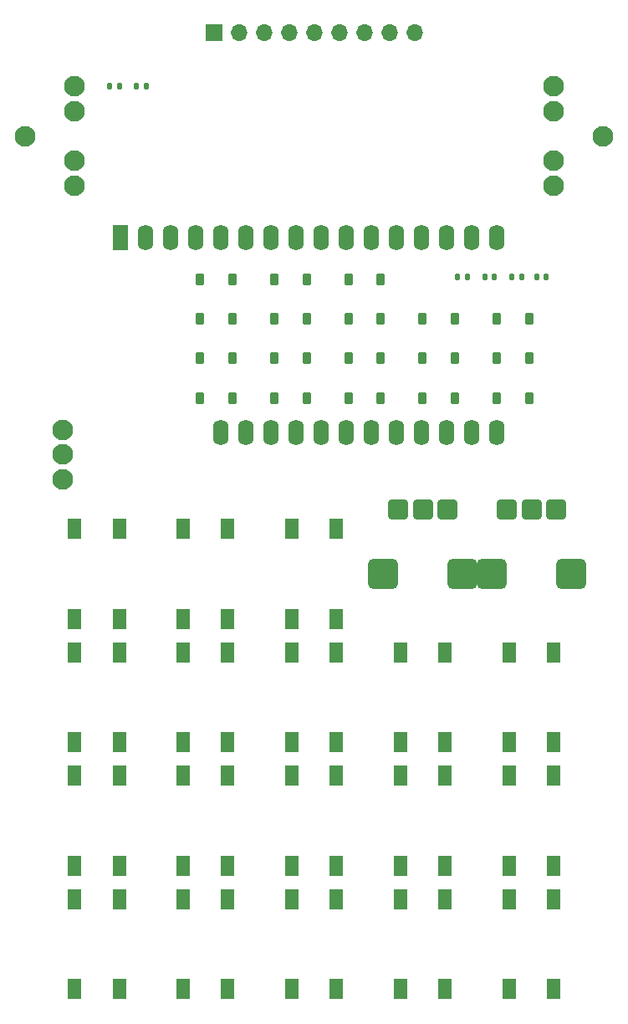
<source format=gts>
G04 #@! TF.GenerationSoftware,KiCad,Pcbnew,9.0.0*
G04 #@! TF.CreationDate,2025-07-26T10:23:47-04:00*
G04 #@! TF.ProjectId,POVideo V2,504f5669-6465-46f2-9056-322e6b696361,rev?*
G04 #@! TF.SameCoordinates,Original*
G04 #@! TF.FileFunction,Soldermask,Top*
G04 #@! TF.FilePolarity,Negative*
%FSLAX46Y46*%
G04 Gerber Fmt 4.6, Leading zero omitted, Abs format (unit mm)*
G04 Created by KiCad (PCBNEW 9.0.0) date 2025-07-26 10:23:47*
%MOMM*%
%LPD*%
G01*
G04 APERTURE LIST*
G04 Aperture macros list*
%AMRoundRect*
0 Rectangle with rounded corners*
0 $1 Rounding radius*
0 $2 $3 $4 $5 $6 $7 $8 $9 X,Y pos of 4 corners*
0 Add a 4 corners polygon primitive as box body*
4,1,4,$2,$3,$4,$5,$6,$7,$8,$9,$2,$3,0*
0 Add four circle primitives for the rounded corners*
1,1,$1+$1,$2,$3*
1,1,$1+$1,$4,$5*
1,1,$1+$1,$6,$7*
1,1,$1+$1,$8,$9*
0 Add four rect primitives between the rounded corners*
20,1,$1+$1,$2,$3,$4,$5,0*
20,1,$1+$1,$4,$5,$6,$7,0*
20,1,$1+$1,$6,$7,$8,$9,0*
20,1,$1+$1,$8,$9,$2,$3,0*%
G04 Aperture macros list end*
%ADD10RoundRect,0.250000X-0.550000X1.050000X-0.550000X-1.050000X0.550000X-1.050000X0.550000X1.050000X0*%
%ADD11O,1.600000X2.600000*%
%ADD12RoundRect,0.135000X-0.135000X-0.185000X0.135000X-0.185000X0.135000X0.185000X-0.135000X0.185000X0*%
%ADD13RoundRect,0.210000X0.490000X-0.840000X0.490000X0.840000X-0.490000X0.840000X-0.490000X-0.840000X0*%
%ADD14RoundRect,0.450000X1.050000X1.050000X-1.050000X1.050000X-1.050000X-1.050000X1.050000X-1.050000X0*%
%ADD15RoundRect,0.300000X0.700000X0.700000X-0.700000X0.700000X-0.700000X-0.700000X0.700000X-0.700000X0*%
%ADD16RoundRect,0.140000X-0.140000X-0.170000X0.140000X-0.170000X0.140000X0.170000X-0.140000X0.170000X0*%
%ADD17RoundRect,0.225000X-0.225000X-0.375000X0.225000X-0.375000X0.225000X0.375000X-0.225000X0.375000X0*%
%ADD18RoundRect,0.135000X0.135000X0.185000X-0.135000X0.185000X-0.135000X-0.185000X0.135000X-0.185000X0*%
%ADD19R,1.700000X1.700000*%
%ADD20O,1.700000X1.700000*%
%ADD21C,2.100000*%
G04 APERTURE END LIST*
D10*
X155400000Y-78300000D03*
D11*
X157940000Y-78300000D03*
X160480000Y-78300000D03*
X163020000Y-78300000D03*
X165560000Y-78300000D03*
X168100000Y-78300000D03*
X170640000Y-78300000D03*
X173180000Y-78300000D03*
X175720000Y-78300000D03*
X178260000Y-78300000D03*
X180800000Y-78300000D03*
X183340000Y-78300000D03*
X185880000Y-78300000D03*
X188420000Y-78300000D03*
X190960000Y-78300000D03*
X193500000Y-78300000D03*
X193500000Y-98020000D03*
X190960000Y-98020000D03*
X188420000Y-98020000D03*
X185880000Y-98020000D03*
X183340000Y-98020000D03*
X180800000Y-98020000D03*
X178260000Y-98020000D03*
X175720000Y-98020000D03*
X173180000Y-98020000D03*
X170640000Y-98020000D03*
X168100000Y-98020000D03*
X165560000Y-98020000D03*
D12*
X196020000Y-82250000D03*
X195000000Y-82250000D03*
D13*
X183750000Y-120250000D03*
X183750000Y-129350000D03*
X188250000Y-120250000D03*
X188250000Y-129350000D03*
D14*
X182000000Y-112300000D03*
X190000000Y-112300000D03*
D15*
X183500000Y-105800000D03*
X186000000Y-105800000D03*
X188500000Y-105800000D03*
D12*
X189480000Y-82250000D03*
X190500000Y-82250000D03*
D16*
X197500000Y-82250000D03*
X198460000Y-82250000D03*
X192250000Y-82250000D03*
X193210000Y-82250000D03*
D17*
X178450000Y-90500000D03*
X181750000Y-90500000D03*
X193450000Y-86500000D03*
X196750000Y-86500000D03*
D13*
X177250000Y-116850000D03*
X177250000Y-107750000D03*
X172750000Y-116850000D03*
X172750000Y-107750000D03*
D17*
X170950000Y-94500000D03*
X174250000Y-94500000D03*
X170950000Y-82500000D03*
X174250000Y-82500000D03*
D13*
X177250000Y-129350000D03*
X177250000Y-120250000D03*
X172750000Y-129350000D03*
X172750000Y-120250000D03*
D17*
X193450000Y-90500000D03*
X196750000Y-90500000D03*
D13*
X166250000Y-116850000D03*
X166250000Y-107750000D03*
X161750000Y-116850000D03*
X161750000Y-107750000D03*
X188250000Y-141850000D03*
X188250000Y-132750000D03*
X183750000Y-141850000D03*
X183750000Y-132750000D03*
X155250000Y-129350000D03*
X155250000Y-120250000D03*
X150750000Y-129350000D03*
X150750000Y-120250000D03*
X177250000Y-154350000D03*
X177250000Y-145250000D03*
X172750000Y-154350000D03*
X172750000Y-145250000D03*
D17*
X185950000Y-94500000D03*
X189250000Y-94500000D03*
X170950000Y-86500000D03*
X174250000Y-86500000D03*
D13*
X155250000Y-154350000D03*
X155250000Y-145250000D03*
X150750000Y-154350000D03*
X150750000Y-145250000D03*
D18*
X155270000Y-63000000D03*
X154250000Y-63000000D03*
D13*
X166250000Y-129350000D03*
X166250000Y-120250000D03*
X161750000Y-129350000D03*
X161750000Y-120250000D03*
X155250000Y-116850000D03*
X155250000Y-107750000D03*
X150750000Y-116850000D03*
X150750000Y-107750000D03*
X155250000Y-141850000D03*
X155250000Y-132750000D03*
X150750000Y-141850000D03*
X150750000Y-132750000D03*
D15*
X199500000Y-105800000D03*
X197000000Y-105800000D03*
X194500000Y-105800000D03*
D14*
X201000000Y-112300000D03*
X193000000Y-112300000D03*
D13*
X199250000Y-141850000D03*
X199250000Y-132750000D03*
X194750000Y-141850000D03*
X194750000Y-132750000D03*
D17*
X163450000Y-94500000D03*
X166750000Y-94500000D03*
D13*
X188250000Y-154350000D03*
X188250000Y-145250000D03*
X183750000Y-154350000D03*
X183750000Y-145250000D03*
D19*
X164850000Y-57500000D03*
D20*
X167390000Y-57500000D03*
X169930000Y-57500000D03*
X172470000Y-57500000D03*
X175000000Y-57500000D03*
X177550000Y-57500000D03*
X180090000Y-57500000D03*
X182630000Y-57500000D03*
X185170000Y-57500000D03*
D17*
X178450000Y-82500000D03*
X181750000Y-82500000D03*
X185950000Y-86500000D03*
X189250000Y-86500000D03*
D13*
X177250000Y-141850000D03*
X177250000Y-132750000D03*
X172750000Y-141850000D03*
X172750000Y-132750000D03*
D17*
X185950000Y-90500000D03*
X189250000Y-90500000D03*
X170950000Y-90500000D03*
X174250000Y-90500000D03*
X178450000Y-94500000D03*
X181750000Y-94500000D03*
X163450000Y-86500000D03*
X166750000Y-86500000D03*
D18*
X158020000Y-63000000D03*
X157000000Y-63000000D03*
D17*
X163450000Y-82500000D03*
X166750000Y-82500000D03*
X193450000Y-94500000D03*
X196750000Y-94500000D03*
D13*
X166250000Y-141850000D03*
X166250000Y-132750000D03*
X161750000Y-141850000D03*
X161750000Y-132750000D03*
X199250000Y-129350000D03*
X199250000Y-120250000D03*
X194750000Y-129350000D03*
X194750000Y-120250000D03*
D17*
X163450000Y-90500000D03*
X166750000Y-90500000D03*
D13*
X166250000Y-154350000D03*
X166250000Y-145250000D03*
X161750000Y-154350000D03*
X161750000Y-145250000D03*
D17*
X178450000Y-86500000D03*
X181750000Y-86500000D03*
D21*
X149550000Y-97750000D03*
X149550000Y-100250000D03*
X149550000Y-102750000D03*
X199250000Y-63000000D03*
X199250000Y-65500000D03*
X204250000Y-68000000D03*
X199250000Y-70500000D03*
X199250000Y-73000000D03*
X150750000Y-73000000D03*
X150750000Y-70500000D03*
X145750000Y-68000000D03*
X150750000Y-65500000D03*
X150750000Y-63000000D03*
D13*
X199250000Y-154350000D03*
X199250000Y-145250000D03*
X194750000Y-154350000D03*
X194750000Y-145250000D03*
M02*

</source>
